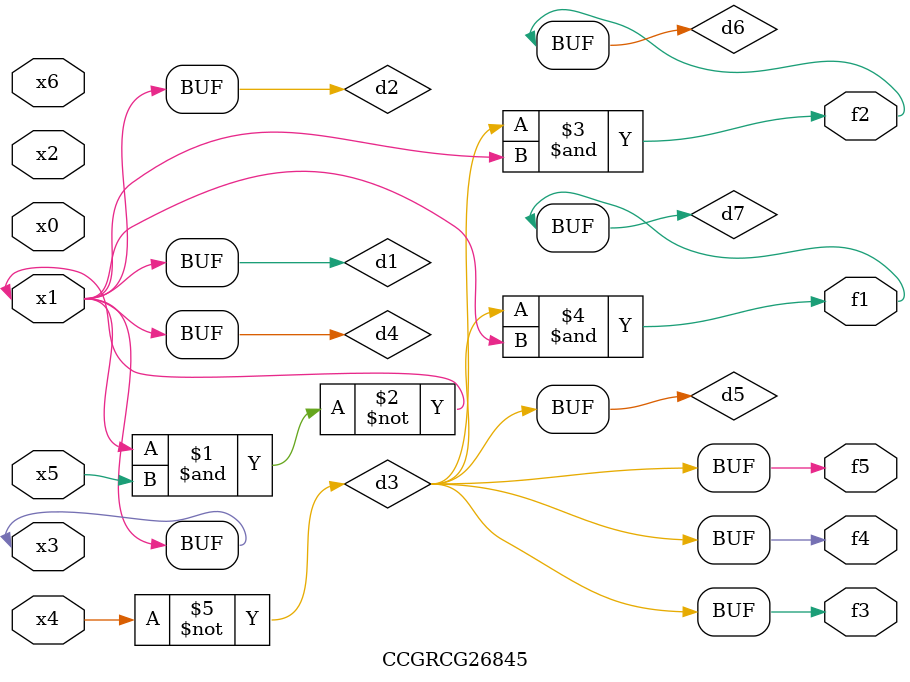
<source format=v>
module CCGRCG26845(
	input x0, x1, x2, x3, x4, x5, x6,
	output f1, f2, f3, f4, f5
);

	wire d1, d2, d3, d4, d5, d6, d7;

	buf (d1, x1, x3);
	nand (d2, x1, x5);
	not (d3, x4);
	buf (d4, d1, d2);
	buf (d5, d3);
	and (d6, d3, d4);
	and (d7, d3, d4);
	assign f1 = d7;
	assign f2 = d6;
	assign f3 = d5;
	assign f4 = d5;
	assign f5 = d5;
endmodule

</source>
